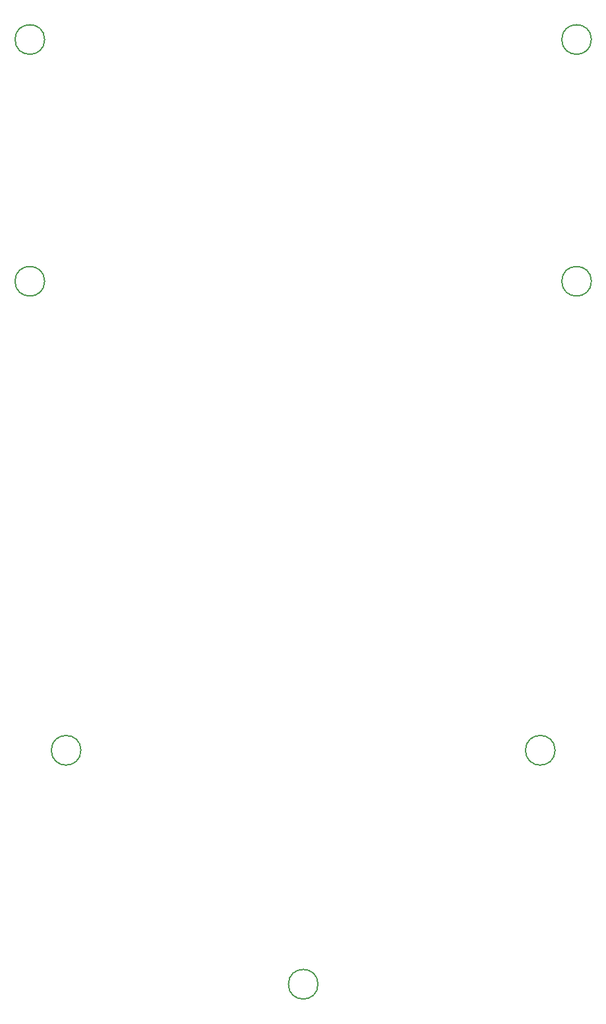
<source format=gbr>
%TF.GenerationSoftware,KiCad,Pcbnew,7.0.7*%
%TF.CreationDate,2023-12-10T01:09:49+02:00*%
%TF.ProjectId,stm32_calc,73746d33-325f-4636-916c-632e6b696361,rev?*%
%TF.SameCoordinates,Original*%
%TF.FileFunction,Other,Comment*%
%FSLAX46Y46*%
G04 Gerber Fmt 4.6, Leading zero omitted, Abs format (unit mm)*
G04 Created by KiCad (PCBNEW 7.0.7) date 2023-12-10 01:09:49*
%MOMM*%
%LPD*%
G01*
G04 APERTURE LIST*
%ADD10C,0.150000*%
G04 APERTURE END LIST*
D10*
%TO.C,H2*%
X37000000Y34000000D02*
G75*
G03*
X37000000Y34000000I-1900000J0D01*
G01*
%TO.C,H3*%
X-33200000Y34000000D02*
G75*
G03*
X-33200000Y34000000I-1900000J0D01*
G01*
%TO.C,H1*%
X37000000Y3000000D02*
G75*
G03*
X37000000Y3000000I-1900000J0D01*
G01*
%TO.C,H7*%
X-28540000Y-57150000D02*
G75*
G03*
X-28540000Y-57150000I-1900000J0D01*
G01*
%TO.C,H4*%
X-33200000Y3000000D02*
G75*
G03*
X-33200000Y3000000I-1900000J0D01*
G01*
%TO.C,H5*%
X1900000Y-87150000D02*
G75*
G03*
X1900000Y-87150000I-1900000J0D01*
G01*
%TO.C,H6*%
X32340000Y-57150000D02*
G75*
G03*
X32340000Y-57150000I-1900000J0D01*
G01*
%TD*%
M02*

</source>
